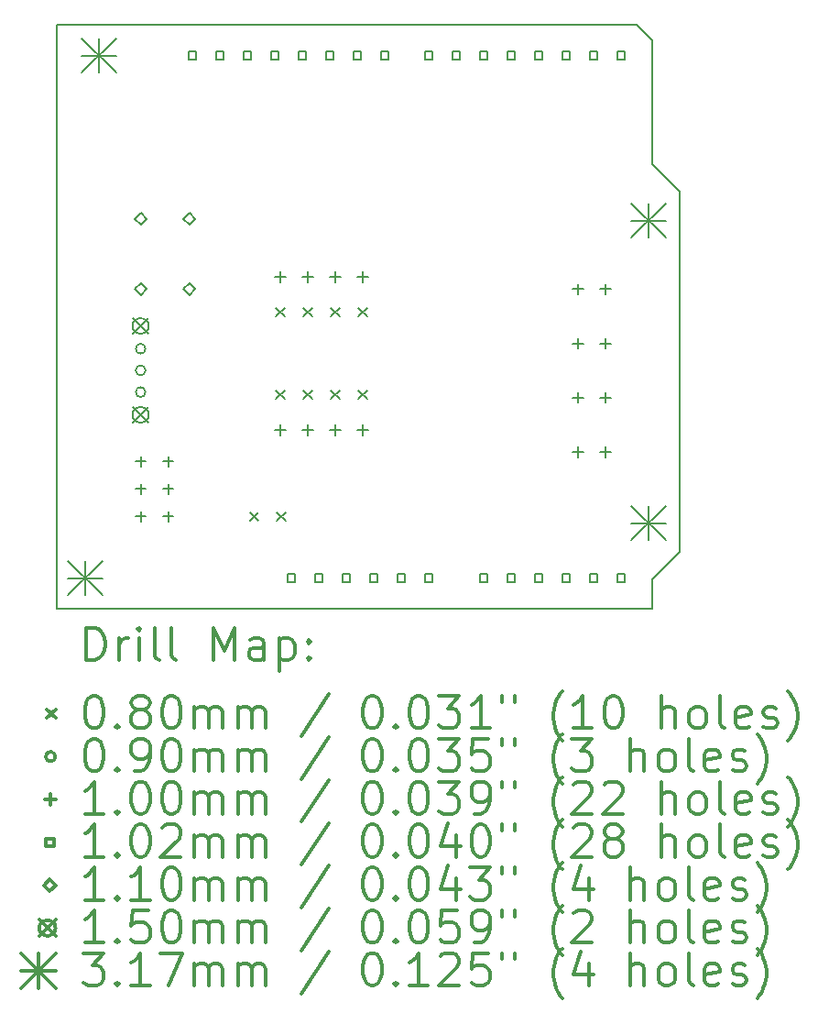
<source format=gbr>
%FSLAX45Y45*%
G04 Gerber Fmt 4.5, Leading zero omitted, Abs format (unit mm)*
G04 Created by KiCad (PCBNEW (5.0.0)) date 11/01/18 21:51:45*
%MOMM*%
%LPD*%
G01*
G04 APERTURE LIST*
%ADD10C,0.200000*%
%ADD11C,0.300000*%
G04 APERTURE END LIST*
D10*
X19478640Y-9426760D02*
X19478640Y-6099360D01*
X19082400Y-4560120D02*
X13723000Y-4560120D01*
X19224640Y-4702360D02*
X19082400Y-4560120D01*
X19224640Y-5845360D02*
X19224640Y-4702360D01*
X19478640Y-6099360D02*
X19224640Y-5845360D01*
X19224640Y-9680760D02*
X19478640Y-9426760D01*
X19224640Y-9950000D02*
X19224640Y-9680760D01*
X13723000Y-9950000D02*
X19224640Y-9950000D01*
X13723000Y-4560120D02*
X13723000Y-9950000D01*
D10*
X15510000Y-9060000D02*
X15590000Y-9140000D01*
X15590000Y-9060000D02*
X15510000Y-9140000D01*
X15760000Y-9060000D02*
X15840000Y-9140000D01*
X15840000Y-9060000D02*
X15760000Y-9140000D01*
X15751271Y-7170857D02*
X15831271Y-7250857D01*
X15831271Y-7170857D02*
X15751271Y-7250857D01*
X15751271Y-7932857D02*
X15831271Y-8012857D01*
X15831271Y-7932857D02*
X15751271Y-8012857D01*
X16005271Y-7170857D02*
X16085271Y-7250857D01*
X16085271Y-7170857D02*
X16005271Y-7250857D01*
X16005271Y-7932857D02*
X16085271Y-8012857D01*
X16085271Y-7932857D02*
X16005271Y-8012857D01*
X16259271Y-7170857D02*
X16339271Y-7250857D01*
X16339271Y-7170857D02*
X16259271Y-7250857D01*
X16259271Y-7932857D02*
X16339271Y-8012857D01*
X16339271Y-7932857D02*
X16259271Y-8012857D01*
X16513271Y-7170857D02*
X16593271Y-7250857D01*
X16593271Y-7170857D02*
X16513271Y-7250857D01*
X16513271Y-7932857D02*
X16593271Y-8012857D01*
X16593271Y-7932857D02*
X16513271Y-8012857D01*
X14545000Y-7550000D02*
G75*
G03X14545000Y-7550000I-45000J0D01*
G01*
X14545000Y-7750000D02*
G75*
G03X14545000Y-7750000I-45000J0D01*
G01*
X14545000Y-7950000D02*
G75*
G03X14545000Y-7950000I-45000J0D01*
G01*
X14500000Y-8542000D02*
X14500000Y-8642000D01*
X14450000Y-8592000D02*
X14550000Y-8592000D01*
X14500000Y-8796000D02*
X14500000Y-8896000D01*
X14450000Y-8846000D02*
X14550000Y-8846000D01*
X14500000Y-9050000D02*
X14500000Y-9150000D01*
X14450000Y-9100000D02*
X14550000Y-9100000D01*
X14754000Y-8542000D02*
X14754000Y-8642000D01*
X14704000Y-8592000D02*
X14804000Y-8592000D01*
X14754000Y-8796000D02*
X14754000Y-8896000D01*
X14704000Y-8846000D02*
X14804000Y-8846000D01*
X14754000Y-9050000D02*
X14754000Y-9150000D01*
X14704000Y-9100000D02*
X14804000Y-9100000D01*
X18546000Y-7950000D02*
X18546000Y-8050000D01*
X18496000Y-8000000D02*
X18596000Y-8000000D01*
X18800000Y-7950000D02*
X18800000Y-8050000D01*
X18750000Y-8000000D02*
X18850000Y-8000000D01*
X15792877Y-8248189D02*
X15792877Y-8348189D01*
X15742877Y-8298189D02*
X15842877Y-8298189D01*
X16046877Y-8248189D02*
X16046877Y-8348189D01*
X15996877Y-8298189D02*
X16096877Y-8298189D01*
X16300877Y-8248189D02*
X16300877Y-8348189D01*
X16250877Y-8298189D02*
X16350877Y-8298189D01*
X16554877Y-8248189D02*
X16554877Y-8348189D01*
X16504877Y-8298189D02*
X16604877Y-8298189D01*
X15791861Y-6832901D02*
X15791861Y-6932901D01*
X15741861Y-6882901D02*
X15841861Y-6882901D01*
X16045861Y-6832901D02*
X16045861Y-6932901D01*
X15995861Y-6882901D02*
X16095861Y-6882901D01*
X16299861Y-6832901D02*
X16299861Y-6932901D01*
X16249861Y-6882901D02*
X16349861Y-6882901D01*
X16553861Y-6832901D02*
X16553861Y-6932901D01*
X16503861Y-6882901D02*
X16603861Y-6882901D01*
X18546000Y-6950000D02*
X18546000Y-7050000D01*
X18496000Y-7000000D02*
X18596000Y-7000000D01*
X18800000Y-6950000D02*
X18800000Y-7050000D01*
X18750000Y-7000000D02*
X18850000Y-7000000D01*
X18546000Y-7450000D02*
X18546000Y-7550000D01*
X18496000Y-7500000D02*
X18596000Y-7500000D01*
X18800000Y-7450000D02*
X18800000Y-7550000D01*
X18750000Y-7500000D02*
X18850000Y-7500000D01*
X18546000Y-8450000D02*
X18546000Y-8550000D01*
X18496000Y-8500000D02*
X18596000Y-8500000D01*
X18800000Y-8450000D02*
X18800000Y-8550000D01*
X18750000Y-8500000D02*
X18850000Y-8500000D01*
X15013521Y-4878972D02*
X15013521Y-4807129D01*
X14941679Y-4807129D01*
X14941679Y-4878972D01*
X15013521Y-4878972D01*
X15267521Y-4878972D02*
X15267521Y-4807129D01*
X15195679Y-4807129D01*
X15195679Y-4878972D01*
X15267521Y-4878972D01*
X15521521Y-4878972D02*
X15521521Y-4807129D01*
X15449679Y-4807129D01*
X15449679Y-4878972D01*
X15521521Y-4878972D01*
X15775521Y-4878972D02*
X15775521Y-4807129D01*
X15703679Y-4807129D01*
X15703679Y-4878972D01*
X15775521Y-4878972D01*
X15927921Y-9704972D02*
X15927921Y-9633129D01*
X15856079Y-9633129D01*
X15856079Y-9704972D01*
X15927921Y-9704972D01*
X16029521Y-4878972D02*
X16029521Y-4807129D01*
X15957679Y-4807129D01*
X15957679Y-4878972D01*
X16029521Y-4878972D01*
X16181921Y-9704972D02*
X16181921Y-9633129D01*
X16110079Y-9633129D01*
X16110079Y-9704972D01*
X16181921Y-9704972D01*
X16283521Y-4878972D02*
X16283521Y-4807129D01*
X16211679Y-4807129D01*
X16211679Y-4878972D01*
X16283521Y-4878972D01*
X16435921Y-9704972D02*
X16435921Y-9633129D01*
X16364079Y-9633129D01*
X16364079Y-9704972D01*
X16435921Y-9704972D01*
X16537521Y-4878972D02*
X16537521Y-4807129D01*
X16465679Y-4807129D01*
X16465679Y-4878972D01*
X16537521Y-4878972D01*
X16689921Y-9704972D02*
X16689921Y-9633129D01*
X16618079Y-9633129D01*
X16618079Y-9704972D01*
X16689921Y-9704972D01*
X16791521Y-4878972D02*
X16791521Y-4807129D01*
X16719679Y-4807129D01*
X16719679Y-4878972D01*
X16791521Y-4878972D01*
X16943921Y-9704972D02*
X16943921Y-9633129D01*
X16872079Y-9633129D01*
X16872079Y-9704972D01*
X16943921Y-9704972D01*
X17197921Y-4878972D02*
X17197921Y-4807129D01*
X17126079Y-4807129D01*
X17126079Y-4878972D01*
X17197921Y-4878972D01*
X17197921Y-9704972D02*
X17197921Y-9633129D01*
X17126079Y-9633129D01*
X17126079Y-9704972D01*
X17197921Y-9704972D01*
X17451921Y-4878972D02*
X17451921Y-4807129D01*
X17380079Y-4807129D01*
X17380079Y-4878972D01*
X17451921Y-4878972D01*
X17705921Y-4878972D02*
X17705921Y-4807129D01*
X17634079Y-4807129D01*
X17634079Y-4878972D01*
X17705921Y-4878972D01*
X17705921Y-9704972D02*
X17705921Y-9633129D01*
X17634079Y-9633129D01*
X17634079Y-9704972D01*
X17705921Y-9704972D01*
X17959921Y-4878972D02*
X17959921Y-4807129D01*
X17888079Y-4807129D01*
X17888079Y-4878972D01*
X17959921Y-4878972D01*
X17959921Y-9704972D02*
X17959921Y-9633129D01*
X17888079Y-9633129D01*
X17888079Y-9704972D01*
X17959921Y-9704972D01*
X18213921Y-4878972D02*
X18213921Y-4807129D01*
X18142079Y-4807129D01*
X18142079Y-4878972D01*
X18213921Y-4878972D01*
X18213921Y-9704972D02*
X18213921Y-9633129D01*
X18142079Y-9633129D01*
X18142079Y-9704972D01*
X18213921Y-9704972D01*
X18467921Y-4878972D02*
X18467921Y-4807129D01*
X18396079Y-4807129D01*
X18396079Y-4878972D01*
X18467921Y-4878972D01*
X18467921Y-9704972D02*
X18467921Y-9633129D01*
X18396079Y-9633129D01*
X18396079Y-9704972D01*
X18467921Y-9704972D01*
X18721921Y-4878972D02*
X18721921Y-4807129D01*
X18650079Y-4807129D01*
X18650079Y-4878972D01*
X18721921Y-4878972D01*
X18721921Y-9704972D02*
X18721921Y-9633129D01*
X18650079Y-9633129D01*
X18650079Y-9704972D01*
X18721921Y-9704972D01*
X18975921Y-4878972D02*
X18975921Y-4807129D01*
X18904079Y-4807129D01*
X18904079Y-4878972D01*
X18975921Y-4878972D01*
X18975921Y-9704972D02*
X18975921Y-9633129D01*
X18904079Y-9633129D01*
X18904079Y-9704972D01*
X18975921Y-9704972D01*
X14500000Y-6405000D02*
X14555000Y-6350000D01*
X14500000Y-6295000D01*
X14445000Y-6350000D01*
X14500000Y-6405000D01*
X14500000Y-7055000D02*
X14555000Y-7000000D01*
X14500000Y-6945000D01*
X14445000Y-7000000D01*
X14500000Y-7055000D01*
X14950000Y-6405000D02*
X15005000Y-6350000D01*
X14950000Y-6295000D01*
X14895000Y-6350000D01*
X14950000Y-6405000D01*
X14950000Y-7055000D02*
X15005000Y-7000000D01*
X14950000Y-6945000D01*
X14895000Y-7000000D01*
X14950000Y-7055000D01*
X14425000Y-7265000D02*
X14575000Y-7415000D01*
X14575000Y-7265000D02*
X14425000Y-7415000D01*
X14575000Y-7340000D02*
G75*
G03X14575000Y-7340000I-75000J0D01*
G01*
X14425000Y-8085000D02*
X14575000Y-8235000D01*
X14575000Y-8085000D02*
X14425000Y-8235000D01*
X14575000Y-8160000D02*
G75*
G03X14575000Y-8160000I-75000J0D01*
G01*
X13828250Y-9510300D02*
X14145750Y-9827800D01*
X14145750Y-9510300D02*
X13828250Y-9827800D01*
X13987000Y-9510300D02*
X13987000Y-9827800D01*
X13828250Y-9669050D02*
X14145750Y-9669050D01*
X13955250Y-4684300D02*
X14272750Y-5001800D01*
X14272750Y-4684300D02*
X13955250Y-5001800D01*
X14114000Y-4684300D02*
X14114000Y-5001800D01*
X13955250Y-4843050D02*
X14272750Y-4843050D01*
X19035250Y-6208300D02*
X19352750Y-6525800D01*
X19352750Y-6208300D02*
X19035250Y-6525800D01*
X19194000Y-6208300D02*
X19194000Y-6525800D01*
X19035250Y-6367050D02*
X19352750Y-6367050D01*
X19035250Y-9002300D02*
X19352750Y-9319800D01*
X19352750Y-9002300D02*
X19035250Y-9319800D01*
X19194000Y-9002300D02*
X19194000Y-9319800D01*
X19035250Y-9161050D02*
X19352750Y-9161050D01*
D11*
X13999428Y-10425714D02*
X13999428Y-10125714D01*
X14070857Y-10125714D01*
X14113714Y-10140000D01*
X14142286Y-10168572D01*
X14156571Y-10197143D01*
X14170857Y-10254286D01*
X14170857Y-10297143D01*
X14156571Y-10354286D01*
X14142286Y-10382857D01*
X14113714Y-10411429D01*
X14070857Y-10425714D01*
X13999428Y-10425714D01*
X14299428Y-10425714D02*
X14299428Y-10225714D01*
X14299428Y-10282857D02*
X14313714Y-10254286D01*
X14328000Y-10240000D01*
X14356571Y-10225714D01*
X14385143Y-10225714D01*
X14485143Y-10425714D02*
X14485143Y-10225714D01*
X14485143Y-10125714D02*
X14470857Y-10140000D01*
X14485143Y-10154286D01*
X14499428Y-10140000D01*
X14485143Y-10125714D01*
X14485143Y-10154286D01*
X14670857Y-10425714D02*
X14642286Y-10411429D01*
X14628000Y-10382857D01*
X14628000Y-10125714D01*
X14828000Y-10425714D02*
X14799428Y-10411429D01*
X14785143Y-10382857D01*
X14785143Y-10125714D01*
X15170857Y-10425714D02*
X15170857Y-10125714D01*
X15270857Y-10340000D01*
X15370857Y-10125714D01*
X15370857Y-10425714D01*
X15642286Y-10425714D02*
X15642286Y-10268572D01*
X15628000Y-10240000D01*
X15599428Y-10225714D01*
X15542286Y-10225714D01*
X15513714Y-10240000D01*
X15642286Y-10411429D02*
X15613714Y-10425714D01*
X15542286Y-10425714D01*
X15513714Y-10411429D01*
X15499428Y-10382857D01*
X15499428Y-10354286D01*
X15513714Y-10325714D01*
X15542286Y-10311429D01*
X15613714Y-10311429D01*
X15642286Y-10297143D01*
X15785143Y-10225714D02*
X15785143Y-10525714D01*
X15785143Y-10240000D02*
X15813714Y-10225714D01*
X15870857Y-10225714D01*
X15899428Y-10240000D01*
X15913714Y-10254286D01*
X15928000Y-10282857D01*
X15928000Y-10368572D01*
X15913714Y-10397143D01*
X15899428Y-10411429D01*
X15870857Y-10425714D01*
X15813714Y-10425714D01*
X15785143Y-10411429D01*
X16056571Y-10397143D02*
X16070857Y-10411429D01*
X16056571Y-10425714D01*
X16042286Y-10411429D01*
X16056571Y-10397143D01*
X16056571Y-10425714D01*
X16056571Y-10240000D02*
X16070857Y-10254286D01*
X16056571Y-10268572D01*
X16042286Y-10254286D01*
X16056571Y-10240000D01*
X16056571Y-10268572D01*
X13633000Y-10880000D02*
X13713000Y-10960000D01*
X13713000Y-10880000D02*
X13633000Y-10960000D01*
X14056571Y-10755714D02*
X14085143Y-10755714D01*
X14113714Y-10770000D01*
X14128000Y-10784286D01*
X14142286Y-10812857D01*
X14156571Y-10870000D01*
X14156571Y-10941429D01*
X14142286Y-10998572D01*
X14128000Y-11027143D01*
X14113714Y-11041429D01*
X14085143Y-11055714D01*
X14056571Y-11055714D01*
X14028000Y-11041429D01*
X14013714Y-11027143D01*
X13999428Y-10998572D01*
X13985143Y-10941429D01*
X13985143Y-10870000D01*
X13999428Y-10812857D01*
X14013714Y-10784286D01*
X14028000Y-10770000D01*
X14056571Y-10755714D01*
X14285143Y-11027143D02*
X14299428Y-11041429D01*
X14285143Y-11055714D01*
X14270857Y-11041429D01*
X14285143Y-11027143D01*
X14285143Y-11055714D01*
X14470857Y-10884286D02*
X14442286Y-10870000D01*
X14428000Y-10855714D01*
X14413714Y-10827143D01*
X14413714Y-10812857D01*
X14428000Y-10784286D01*
X14442286Y-10770000D01*
X14470857Y-10755714D01*
X14528000Y-10755714D01*
X14556571Y-10770000D01*
X14570857Y-10784286D01*
X14585143Y-10812857D01*
X14585143Y-10827143D01*
X14570857Y-10855714D01*
X14556571Y-10870000D01*
X14528000Y-10884286D01*
X14470857Y-10884286D01*
X14442286Y-10898572D01*
X14428000Y-10912857D01*
X14413714Y-10941429D01*
X14413714Y-10998572D01*
X14428000Y-11027143D01*
X14442286Y-11041429D01*
X14470857Y-11055714D01*
X14528000Y-11055714D01*
X14556571Y-11041429D01*
X14570857Y-11027143D01*
X14585143Y-10998572D01*
X14585143Y-10941429D01*
X14570857Y-10912857D01*
X14556571Y-10898572D01*
X14528000Y-10884286D01*
X14770857Y-10755714D02*
X14799428Y-10755714D01*
X14828000Y-10770000D01*
X14842286Y-10784286D01*
X14856571Y-10812857D01*
X14870857Y-10870000D01*
X14870857Y-10941429D01*
X14856571Y-10998572D01*
X14842286Y-11027143D01*
X14828000Y-11041429D01*
X14799428Y-11055714D01*
X14770857Y-11055714D01*
X14742286Y-11041429D01*
X14728000Y-11027143D01*
X14713714Y-10998572D01*
X14699428Y-10941429D01*
X14699428Y-10870000D01*
X14713714Y-10812857D01*
X14728000Y-10784286D01*
X14742286Y-10770000D01*
X14770857Y-10755714D01*
X14999428Y-11055714D02*
X14999428Y-10855714D01*
X14999428Y-10884286D02*
X15013714Y-10870000D01*
X15042286Y-10855714D01*
X15085143Y-10855714D01*
X15113714Y-10870000D01*
X15128000Y-10898572D01*
X15128000Y-11055714D01*
X15128000Y-10898572D02*
X15142286Y-10870000D01*
X15170857Y-10855714D01*
X15213714Y-10855714D01*
X15242286Y-10870000D01*
X15256571Y-10898572D01*
X15256571Y-11055714D01*
X15399428Y-11055714D02*
X15399428Y-10855714D01*
X15399428Y-10884286D02*
X15413714Y-10870000D01*
X15442286Y-10855714D01*
X15485143Y-10855714D01*
X15513714Y-10870000D01*
X15528000Y-10898572D01*
X15528000Y-11055714D01*
X15528000Y-10898572D02*
X15542286Y-10870000D01*
X15570857Y-10855714D01*
X15613714Y-10855714D01*
X15642286Y-10870000D01*
X15656571Y-10898572D01*
X15656571Y-11055714D01*
X16242286Y-10741429D02*
X15985143Y-11127143D01*
X16628000Y-10755714D02*
X16656571Y-10755714D01*
X16685143Y-10770000D01*
X16699428Y-10784286D01*
X16713714Y-10812857D01*
X16728000Y-10870000D01*
X16728000Y-10941429D01*
X16713714Y-10998572D01*
X16699428Y-11027143D01*
X16685143Y-11041429D01*
X16656571Y-11055714D01*
X16628000Y-11055714D01*
X16599428Y-11041429D01*
X16585143Y-11027143D01*
X16570857Y-10998572D01*
X16556571Y-10941429D01*
X16556571Y-10870000D01*
X16570857Y-10812857D01*
X16585143Y-10784286D01*
X16599428Y-10770000D01*
X16628000Y-10755714D01*
X16856571Y-11027143D02*
X16870857Y-11041429D01*
X16856571Y-11055714D01*
X16842286Y-11041429D01*
X16856571Y-11027143D01*
X16856571Y-11055714D01*
X17056571Y-10755714D02*
X17085143Y-10755714D01*
X17113714Y-10770000D01*
X17128000Y-10784286D01*
X17142286Y-10812857D01*
X17156571Y-10870000D01*
X17156571Y-10941429D01*
X17142286Y-10998572D01*
X17128000Y-11027143D01*
X17113714Y-11041429D01*
X17085143Y-11055714D01*
X17056571Y-11055714D01*
X17028000Y-11041429D01*
X17013714Y-11027143D01*
X16999428Y-10998572D01*
X16985143Y-10941429D01*
X16985143Y-10870000D01*
X16999428Y-10812857D01*
X17013714Y-10784286D01*
X17028000Y-10770000D01*
X17056571Y-10755714D01*
X17256571Y-10755714D02*
X17442286Y-10755714D01*
X17342286Y-10870000D01*
X17385143Y-10870000D01*
X17413714Y-10884286D01*
X17428000Y-10898572D01*
X17442286Y-10927143D01*
X17442286Y-10998572D01*
X17428000Y-11027143D01*
X17413714Y-11041429D01*
X17385143Y-11055714D01*
X17299428Y-11055714D01*
X17270857Y-11041429D01*
X17256571Y-11027143D01*
X17728000Y-11055714D02*
X17556571Y-11055714D01*
X17642286Y-11055714D02*
X17642286Y-10755714D01*
X17613714Y-10798572D01*
X17585143Y-10827143D01*
X17556571Y-10841429D01*
X17842286Y-10755714D02*
X17842286Y-10812857D01*
X17956571Y-10755714D02*
X17956571Y-10812857D01*
X18399428Y-11170000D02*
X18385143Y-11155714D01*
X18356571Y-11112857D01*
X18342286Y-11084286D01*
X18328000Y-11041429D01*
X18313714Y-10970000D01*
X18313714Y-10912857D01*
X18328000Y-10841429D01*
X18342286Y-10798572D01*
X18356571Y-10770000D01*
X18385143Y-10727143D01*
X18399428Y-10712857D01*
X18670857Y-11055714D02*
X18499428Y-11055714D01*
X18585143Y-11055714D02*
X18585143Y-10755714D01*
X18556571Y-10798572D01*
X18528000Y-10827143D01*
X18499428Y-10841429D01*
X18856571Y-10755714D02*
X18885143Y-10755714D01*
X18913714Y-10770000D01*
X18928000Y-10784286D01*
X18942286Y-10812857D01*
X18956571Y-10870000D01*
X18956571Y-10941429D01*
X18942286Y-10998572D01*
X18928000Y-11027143D01*
X18913714Y-11041429D01*
X18885143Y-11055714D01*
X18856571Y-11055714D01*
X18828000Y-11041429D01*
X18813714Y-11027143D01*
X18799428Y-10998572D01*
X18785143Y-10941429D01*
X18785143Y-10870000D01*
X18799428Y-10812857D01*
X18813714Y-10784286D01*
X18828000Y-10770000D01*
X18856571Y-10755714D01*
X19313714Y-11055714D02*
X19313714Y-10755714D01*
X19442286Y-11055714D02*
X19442286Y-10898572D01*
X19428000Y-10870000D01*
X19399428Y-10855714D01*
X19356571Y-10855714D01*
X19328000Y-10870000D01*
X19313714Y-10884286D01*
X19628000Y-11055714D02*
X19599428Y-11041429D01*
X19585143Y-11027143D01*
X19570857Y-10998572D01*
X19570857Y-10912857D01*
X19585143Y-10884286D01*
X19599428Y-10870000D01*
X19628000Y-10855714D01*
X19670857Y-10855714D01*
X19699428Y-10870000D01*
X19713714Y-10884286D01*
X19728000Y-10912857D01*
X19728000Y-10998572D01*
X19713714Y-11027143D01*
X19699428Y-11041429D01*
X19670857Y-11055714D01*
X19628000Y-11055714D01*
X19899428Y-11055714D02*
X19870857Y-11041429D01*
X19856571Y-11012857D01*
X19856571Y-10755714D01*
X20128000Y-11041429D02*
X20099428Y-11055714D01*
X20042286Y-11055714D01*
X20013714Y-11041429D01*
X19999428Y-11012857D01*
X19999428Y-10898572D01*
X20013714Y-10870000D01*
X20042286Y-10855714D01*
X20099428Y-10855714D01*
X20128000Y-10870000D01*
X20142286Y-10898572D01*
X20142286Y-10927143D01*
X19999428Y-10955714D01*
X20256571Y-11041429D02*
X20285143Y-11055714D01*
X20342286Y-11055714D01*
X20370857Y-11041429D01*
X20385143Y-11012857D01*
X20385143Y-10998572D01*
X20370857Y-10970000D01*
X20342286Y-10955714D01*
X20299428Y-10955714D01*
X20270857Y-10941429D01*
X20256571Y-10912857D01*
X20256571Y-10898572D01*
X20270857Y-10870000D01*
X20299428Y-10855714D01*
X20342286Y-10855714D01*
X20370857Y-10870000D01*
X20485143Y-11170000D02*
X20499428Y-11155714D01*
X20528000Y-11112857D01*
X20542286Y-11084286D01*
X20556571Y-11041429D01*
X20570857Y-10970000D01*
X20570857Y-10912857D01*
X20556571Y-10841429D01*
X20542286Y-10798572D01*
X20528000Y-10770000D01*
X20499428Y-10727143D01*
X20485143Y-10712857D01*
X13713000Y-11316000D02*
G75*
G03X13713000Y-11316000I-45000J0D01*
G01*
X14056571Y-11151714D02*
X14085143Y-11151714D01*
X14113714Y-11166000D01*
X14128000Y-11180286D01*
X14142286Y-11208857D01*
X14156571Y-11266000D01*
X14156571Y-11337429D01*
X14142286Y-11394571D01*
X14128000Y-11423143D01*
X14113714Y-11437429D01*
X14085143Y-11451714D01*
X14056571Y-11451714D01*
X14028000Y-11437429D01*
X14013714Y-11423143D01*
X13999428Y-11394571D01*
X13985143Y-11337429D01*
X13985143Y-11266000D01*
X13999428Y-11208857D01*
X14013714Y-11180286D01*
X14028000Y-11166000D01*
X14056571Y-11151714D01*
X14285143Y-11423143D02*
X14299428Y-11437429D01*
X14285143Y-11451714D01*
X14270857Y-11437429D01*
X14285143Y-11423143D01*
X14285143Y-11451714D01*
X14442286Y-11451714D02*
X14499428Y-11451714D01*
X14528000Y-11437429D01*
X14542286Y-11423143D01*
X14570857Y-11380286D01*
X14585143Y-11323143D01*
X14585143Y-11208857D01*
X14570857Y-11180286D01*
X14556571Y-11166000D01*
X14528000Y-11151714D01*
X14470857Y-11151714D01*
X14442286Y-11166000D01*
X14428000Y-11180286D01*
X14413714Y-11208857D01*
X14413714Y-11280286D01*
X14428000Y-11308857D01*
X14442286Y-11323143D01*
X14470857Y-11337429D01*
X14528000Y-11337429D01*
X14556571Y-11323143D01*
X14570857Y-11308857D01*
X14585143Y-11280286D01*
X14770857Y-11151714D02*
X14799428Y-11151714D01*
X14828000Y-11166000D01*
X14842286Y-11180286D01*
X14856571Y-11208857D01*
X14870857Y-11266000D01*
X14870857Y-11337429D01*
X14856571Y-11394571D01*
X14842286Y-11423143D01*
X14828000Y-11437429D01*
X14799428Y-11451714D01*
X14770857Y-11451714D01*
X14742286Y-11437429D01*
X14728000Y-11423143D01*
X14713714Y-11394571D01*
X14699428Y-11337429D01*
X14699428Y-11266000D01*
X14713714Y-11208857D01*
X14728000Y-11180286D01*
X14742286Y-11166000D01*
X14770857Y-11151714D01*
X14999428Y-11451714D02*
X14999428Y-11251714D01*
X14999428Y-11280286D02*
X15013714Y-11266000D01*
X15042286Y-11251714D01*
X15085143Y-11251714D01*
X15113714Y-11266000D01*
X15128000Y-11294571D01*
X15128000Y-11451714D01*
X15128000Y-11294571D02*
X15142286Y-11266000D01*
X15170857Y-11251714D01*
X15213714Y-11251714D01*
X15242286Y-11266000D01*
X15256571Y-11294571D01*
X15256571Y-11451714D01*
X15399428Y-11451714D02*
X15399428Y-11251714D01*
X15399428Y-11280286D02*
X15413714Y-11266000D01*
X15442286Y-11251714D01*
X15485143Y-11251714D01*
X15513714Y-11266000D01*
X15528000Y-11294571D01*
X15528000Y-11451714D01*
X15528000Y-11294571D02*
X15542286Y-11266000D01*
X15570857Y-11251714D01*
X15613714Y-11251714D01*
X15642286Y-11266000D01*
X15656571Y-11294571D01*
X15656571Y-11451714D01*
X16242286Y-11137429D02*
X15985143Y-11523143D01*
X16628000Y-11151714D02*
X16656571Y-11151714D01*
X16685143Y-11166000D01*
X16699428Y-11180286D01*
X16713714Y-11208857D01*
X16728000Y-11266000D01*
X16728000Y-11337429D01*
X16713714Y-11394571D01*
X16699428Y-11423143D01*
X16685143Y-11437429D01*
X16656571Y-11451714D01*
X16628000Y-11451714D01*
X16599428Y-11437429D01*
X16585143Y-11423143D01*
X16570857Y-11394571D01*
X16556571Y-11337429D01*
X16556571Y-11266000D01*
X16570857Y-11208857D01*
X16585143Y-11180286D01*
X16599428Y-11166000D01*
X16628000Y-11151714D01*
X16856571Y-11423143D02*
X16870857Y-11437429D01*
X16856571Y-11451714D01*
X16842286Y-11437429D01*
X16856571Y-11423143D01*
X16856571Y-11451714D01*
X17056571Y-11151714D02*
X17085143Y-11151714D01*
X17113714Y-11166000D01*
X17128000Y-11180286D01*
X17142286Y-11208857D01*
X17156571Y-11266000D01*
X17156571Y-11337429D01*
X17142286Y-11394571D01*
X17128000Y-11423143D01*
X17113714Y-11437429D01*
X17085143Y-11451714D01*
X17056571Y-11451714D01*
X17028000Y-11437429D01*
X17013714Y-11423143D01*
X16999428Y-11394571D01*
X16985143Y-11337429D01*
X16985143Y-11266000D01*
X16999428Y-11208857D01*
X17013714Y-11180286D01*
X17028000Y-11166000D01*
X17056571Y-11151714D01*
X17256571Y-11151714D02*
X17442286Y-11151714D01*
X17342286Y-11266000D01*
X17385143Y-11266000D01*
X17413714Y-11280286D01*
X17428000Y-11294571D01*
X17442286Y-11323143D01*
X17442286Y-11394571D01*
X17428000Y-11423143D01*
X17413714Y-11437429D01*
X17385143Y-11451714D01*
X17299428Y-11451714D01*
X17270857Y-11437429D01*
X17256571Y-11423143D01*
X17713714Y-11151714D02*
X17570857Y-11151714D01*
X17556571Y-11294571D01*
X17570857Y-11280286D01*
X17599428Y-11266000D01*
X17670857Y-11266000D01*
X17699428Y-11280286D01*
X17713714Y-11294571D01*
X17728000Y-11323143D01*
X17728000Y-11394571D01*
X17713714Y-11423143D01*
X17699428Y-11437429D01*
X17670857Y-11451714D01*
X17599428Y-11451714D01*
X17570857Y-11437429D01*
X17556571Y-11423143D01*
X17842286Y-11151714D02*
X17842286Y-11208857D01*
X17956571Y-11151714D02*
X17956571Y-11208857D01*
X18399428Y-11566000D02*
X18385143Y-11551714D01*
X18356571Y-11508857D01*
X18342286Y-11480286D01*
X18328000Y-11437429D01*
X18313714Y-11366000D01*
X18313714Y-11308857D01*
X18328000Y-11237429D01*
X18342286Y-11194571D01*
X18356571Y-11166000D01*
X18385143Y-11123143D01*
X18399428Y-11108857D01*
X18485143Y-11151714D02*
X18670857Y-11151714D01*
X18570857Y-11266000D01*
X18613714Y-11266000D01*
X18642286Y-11280286D01*
X18656571Y-11294571D01*
X18670857Y-11323143D01*
X18670857Y-11394571D01*
X18656571Y-11423143D01*
X18642286Y-11437429D01*
X18613714Y-11451714D01*
X18528000Y-11451714D01*
X18499428Y-11437429D01*
X18485143Y-11423143D01*
X19028000Y-11451714D02*
X19028000Y-11151714D01*
X19156571Y-11451714D02*
X19156571Y-11294571D01*
X19142286Y-11266000D01*
X19113714Y-11251714D01*
X19070857Y-11251714D01*
X19042286Y-11266000D01*
X19028000Y-11280286D01*
X19342286Y-11451714D02*
X19313714Y-11437429D01*
X19299428Y-11423143D01*
X19285143Y-11394571D01*
X19285143Y-11308857D01*
X19299428Y-11280286D01*
X19313714Y-11266000D01*
X19342286Y-11251714D01*
X19385143Y-11251714D01*
X19413714Y-11266000D01*
X19428000Y-11280286D01*
X19442286Y-11308857D01*
X19442286Y-11394571D01*
X19428000Y-11423143D01*
X19413714Y-11437429D01*
X19385143Y-11451714D01*
X19342286Y-11451714D01*
X19613714Y-11451714D02*
X19585143Y-11437429D01*
X19570857Y-11408857D01*
X19570857Y-11151714D01*
X19842286Y-11437429D02*
X19813714Y-11451714D01*
X19756571Y-11451714D01*
X19728000Y-11437429D01*
X19713714Y-11408857D01*
X19713714Y-11294571D01*
X19728000Y-11266000D01*
X19756571Y-11251714D01*
X19813714Y-11251714D01*
X19842286Y-11266000D01*
X19856571Y-11294571D01*
X19856571Y-11323143D01*
X19713714Y-11351714D01*
X19970857Y-11437429D02*
X19999428Y-11451714D01*
X20056571Y-11451714D01*
X20085143Y-11437429D01*
X20099428Y-11408857D01*
X20099428Y-11394571D01*
X20085143Y-11366000D01*
X20056571Y-11351714D01*
X20013714Y-11351714D01*
X19985143Y-11337429D01*
X19970857Y-11308857D01*
X19970857Y-11294571D01*
X19985143Y-11266000D01*
X20013714Y-11251714D01*
X20056571Y-11251714D01*
X20085143Y-11266000D01*
X20199428Y-11566000D02*
X20213714Y-11551714D01*
X20242286Y-11508857D01*
X20256571Y-11480286D01*
X20270857Y-11437429D01*
X20285143Y-11366000D01*
X20285143Y-11308857D01*
X20270857Y-11237429D01*
X20256571Y-11194571D01*
X20242286Y-11166000D01*
X20213714Y-11123143D01*
X20199428Y-11108857D01*
X13663000Y-11662000D02*
X13663000Y-11762000D01*
X13613000Y-11712000D02*
X13713000Y-11712000D01*
X14156571Y-11847714D02*
X13985143Y-11847714D01*
X14070857Y-11847714D02*
X14070857Y-11547714D01*
X14042286Y-11590571D01*
X14013714Y-11619143D01*
X13985143Y-11633429D01*
X14285143Y-11819143D02*
X14299428Y-11833429D01*
X14285143Y-11847714D01*
X14270857Y-11833429D01*
X14285143Y-11819143D01*
X14285143Y-11847714D01*
X14485143Y-11547714D02*
X14513714Y-11547714D01*
X14542286Y-11562000D01*
X14556571Y-11576286D01*
X14570857Y-11604857D01*
X14585143Y-11662000D01*
X14585143Y-11733429D01*
X14570857Y-11790571D01*
X14556571Y-11819143D01*
X14542286Y-11833429D01*
X14513714Y-11847714D01*
X14485143Y-11847714D01*
X14456571Y-11833429D01*
X14442286Y-11819143D01*
X14428000Y-11790571D01*
X14413714Y-11733429D01*
X14413714Y-11662000D01*
X14428000Y-11604857D01*
X14442286Y-11576286D01*
X14456571Y-11562000D01*
X14485143Y-11547714D01*
X14770857Y-11547714D02*
X14799428Y-11547714D01*
X14828000Y-11562000D01*
X14842286Y-11576286D01*
X14856571Y-11604857D01*
X14870857Y-11662000D01*
X14870857Y-11733429D01*
X14856571Y-11790571D01*
X14842286Y-11819143D01*
X14828000Y-11833429D01*
X14799428Y-11847714D01*
X14770857Y-11847714D01*
X14742286Y-11833429D01*
X14728000Y-11819143D01*
X14713714Y-11790571D01*
X14699428Y-11733429D01*
X14699428Y-11662000D01*
X14713714Y-11604857D01*
X14728000Y-11576286D01*
X14742286Y-11562000D01*
X14770857Y-11547714D01*
X14999428Y-11847714D02*
X14999428Y-11647714D01*
X14999428Y-11676286D02*
X15013714Y-11662000D01*
X15042286Y-11647714D01*
X15085143Y-11647714D01*
X15113714Y-11662000D01*
X15128000Y-11690571D01*
X15128000Y-11847714D01*
X15128000Y-11690571D02*
X15142286Y-11662000D01*
X15170857Y-11647714D01*
X15213714Y-11647714D01*
X15242286Y-11662000D01*
X15256571Y-11690571D01*
X15256571Y-11847714D01*
X15399428Y-11847714D02*
X15399428Y-11647714D01*
X15399428Y-11676286D02*
X15413714Y-11662000D01*
X15442286Y-11647714D01*
X15485143Y-11647714D01*
X15513714Y-11662000D01*
X15528000Y-11690571D01*
X15528000Y-11847714D01*
X15528000Y-11690571D02*
X15542286Y-11662000D01*
X15570857Y-11647714D01*
X15613714Y-11647714D01*
X15642286Y-11662000D01*
X15656571Y-11690571D01*
X15656571Y-11847714D01*
X16242286Y-11533429D02*
X15985143Y-11919143D01*
X16628000Y-11547714D02*
X16656571Y-11547714D01*
X16685143Y-11562000D01*
X16699428Y-11576286D01*
X16713714Y-11604857D01*
X16728000Y-11662000D01*
X16728000Y-11733429D01*
X16713714Y-11790571D01*
X16699428Y-11819143D01*
X16685143Y-11833429D01*
X16656571Y-11847714D01*
X16628000Y-11847714D01*
X16599428Y-11833429D01*
X16585143Y-11819143D01*
X16570857Y-11790571D01*
X16556571Y-11733429D01*
X16556571Y-11662000D01*
X16570857Y-11604857D01*
X16585143Y-11576286D01*
X16599428Y-11562000D01*
X16628000Y-11547714D01*
X16856571Y-11819143D02*
X16870857Y-11833429D01*
X16856571Y-11847714D01*
X16842286Y-11833429D01*
X16856571Y-11819143D01*
X16856571Y-11847714D01*
X17056571Y-11547714D02*
X17085143Y-11547714D01*
X17113714Y-11562000D01*
X17128000Y-11576286D01*
X17142286Y-11604857D01*
X17156571Y-11662000D01*
X17156571Y-11733429D01*
X17142286Y-11790571D01*
X17128000Y-11819143D01*
X17113714Y-11833429D01*
X17085143Y-11847714D01*
X17056571Y-11847714D01*
X17028000Y-11833429D01*
X17013714Y-11819143D01*
X16999428Y-11790571D01*
X16985143Y-11733429D01*
X16985143Y-11662000D01*
X16999428Y-11604857D01*
X17013714Y-11576286D01*
X17028000Y-11562000D01*
X17056571Y-11547714D01*
X17256571Y-11547714D02*
X17442286Y-11547714D01*
X17342286Y-11662000D01*
X17385143Y-11662000D01*
X17413714Y-11676286D01*
X17428000Y-11690571D01*
X17442286Y-11719143D01*
X17442286Y-11790571D01*
X17428000Y-11819143D01*
X17413714Y-11833429D01*
X17385143Y-11847714D01*
X17299428Y-11847714D01*
X17270857Y-11833429D01*
X17256571Y-11819143D01*
X17585143Y-11847714D02*
X17642286Y-11847714D01*
X17670857Y-11833429D01*
X17685143Y-11819143D01*
X17713714Y-11776286D01*
X17728000Y-11719143D01*
X17728000Y-11604857D01*
X17713714Y-11576286D01*
X17699428Y-11562000D01*
X17670857Y-11547714D01*
X17613714Y-11547714D01*
X17585143Y-11562000D01*
X17570857Y-11576286D01*
X17556571Y-11604857D01*
X17556571Y-11676286D01*
X17570857Y-11704857D01*
X17585143Y-11719143D01*
X17613714Y-11733429D01*
X17670857Y-11733429D01*
X17699428Y-11719143D01*
X17713714Y-11704857D01*
X17728000Y-11676286D01*
X17842286Y-11547714D02*
X17842286Y-11604857D01*
X17956571Y-11547714D02*
X17956571Y-11604857D01*
X18399428Y-11962000D02*
X18385143Y-11947714D01*
X18356571Y-11904857D01*
X18342286Y-11876286D01*
X18328000Y-11833429D01*
X18313714Y-11762000D01*
X18313714Y-11704857D01*
X18328000Y-11633429D01*
X18342286Y-11590571D01*
X18356571Y-11562000D01*
X18385143Y-11519143D01*
X18399428Y-11504857D01*
X18499428Y-11576286D02*
X18513714Y-11562000D01*
X18542286Y-11547714D01*
X18613714Y-11547714D01*
X18642286Y-11562000D01*
X18656571Y-11576286D01*
X18670857Y-11604857D01*
X18670857Y-11633429D01*
X18656571Y-11676286D01*
X18485143Y-11847714D01*
X18670857Y-11847714D01*
X18785143Y-11576286D02*
X18799428Y-11562000D01*
X18828000Y-11547714D01*
X18899428Y-11547714D01*
X18928000Y-11562000D01*
X18942286Y-11576286D01*
X18956571Y-11604857D01*
X18956571Y-11633429D01*
X18942286Y-11676286D01*
X18770857Y-11847714D01*
X18956571Y-11847714D01*
X19313714Y-11847714D02*
X19313714Y-11547714D01*
X19442286Y-11847714D02*
X19442286Y-11690571D01*
X19428000Y-11662000D01*
X19399428Y-11647714D01*
X19356571Y-11647714D01*
X19328000Y-11662000D01*
X19313714Y-11676286D01*
X19628000Y-11847714D02*
X19599428Y-11833429D01*
X19585143Y-11819143D01*
X19570857Y-11790571D01*
X19570857Y-11704857D01*
X19585143Y-11676286D01*
X19599428Y-11662000D01*
X19628000Y-11647714D01*
X19670857Y-11647714D01*
X19699428Y-11662000D01*
X19713714Y-11676286D01*
X19728000Y-11704857D01*
X19728000Y-11790571D01*
X19713714Y-11819143D01*
X19699428Y-11833429D01*
X19670857Y-11847714D01*
X19628000Y-11847714D01*
X19899428Y-11847714D02*
X19870857Y-11833429D01*
X19856571Y-11804857D01*
X19856571Y-11547714D01*
X20128000Y-11833429D02*
X20099428Y-11847714D01*
X20042286Y-11847714D01*
X20013714Y-11833429D01*
X19999428Y-11804857D01*
X19999428Y-11690571D01*
X20013714Y-11662000D01*
X20042286Y-11647714D01*
X20099428Y-11647714D01*
X20128000Y-11662000D01*
X20142286Y-11690571D01*
X20142286Y-11719143D01*
X19999428Y-11747714D01*
X20256571Y-11833429D02*
X20285143Y-11847714D01*
X20342286Y-11847714D01*
X20370857Y-11833429D01*
X20385143Y-11804857D01*
X20385143Y-11790571D01*
X20370857Y-11762000D01*
X20342286Y-11747714D01*
X20299428Y-11747714D01*
X20270857Y-11733429D01*
X20256571Y-11704857D01*
X20256571Y-11690571D01*
X20270857Y-11662000D01*
X20299428Y-11647714D01*
X20342286Y-11647714D01*
X20370857Y-11662000D01*
X20485143Y-11962000D02*
X20499428Y-11947714D01*
X20528000Y-11904857D01*
X20542286Y-11876286D01*
X20556571Y-11833429D01*
X20570857Y-11762000D01*
X20570857Y-11704857D01*
X20556571Y-11633429D01*
X20542286Y-11590571D01*
X20528000Y-11562000D01*
X20499428Y-11519143D01*
X20485143Y-11504857D01*
X13698121Y-12143921D02*
X13698121Y-12072079D01*
X13626278Y-12072079D01*
X13626278Y-12143921D01*
X13698121Y-12143921D01*
X14156571Y-12243714D02*
X13985143Y-12243714D01*
X14070857Y-12243714D02*
X14070857Y-11943714D01*
X14042286Y-11986571D01*
X14013714Y-12015143D01*
X13985143Y-12029429D01*
X14285143Y-12215143D02*
X14299428Y-12229429D01*
X14285143Y-12243714D01*
X14270857Y-12229429D01*
X14285143Y-12215143D01*
X14285143Y-12243714D01*
X14485143Y-11943714D02*
X14513714Y-11943714D01*
X14542286Y-11958000D01*
X14556571Y-11972286D01*
X14570857Y-12000857D01*
X14585143Y-12058000D01*
X14585143Y-12129429D01*
X14570857Y-12186571D01*
X14556571Y-12215143D01*
X14542286Y-12229429D01*
X14513714Y-12243714D01*
X14485143Y-12243714D01*
X14456571Y-12229429D01*
X14442286Y-12215143D01*
X14428000Y-12186571D01*
X14413714Y-12129429D01*
X14413714Y-12058000D01*
X14428000Y-12000857D01*
X14442286Y-11972286D01*
X14456571Y-11958000D01*
X14485143Y-11943714D01*
X14699428Y-11972286D02*
X14713714Y-11958000D01*
X14742286Y-11943714D01*
X14813714Y-11943714D01*
X14842286Y-11958000D01*
X14856571Y-11972286D01*
X14870857Y-12000857D01*
X14870857Y-12029429D01*
X14856571Y-12072286D01*
X14685143Y-12243714D01*
X14870857Y-12243714D01*
X14999428Y-12243714D02*
X14999428Y-12043714D01*
X14999428Y-12072286D02*
X15013714Y-12058000D01*
X15042286Y-12043714D01*
X15085143Y-12043714D01*
X15113714Y-12058000D01*
X15128000Y-12086571D01*
X15128000Y-12243714D01*
X15128000Y-12086571D02*
X15142286Y-12058000D01*
X15170857Y-12043714D01*
X15213714Y-12043714D01*
X15242286Y-12058000D01*
X15256571Y-12086571D01*
X15256571Y-12243714D01*
X15399428Y-12243714D02*
X15399428Y-12043714D01*
X15399428Y-12072286D02*
X15413714Y-12058000D01*
X15442286Y-12043714D01*
X15485143Y-12043714D01*
X15513714Y-12058000D01*
X15528000Y-12086571D01*
X15528000Y-12243714D01*
X15528000Y-12086571D02*
X15542286Y-12058000D01*
X15570857Y-12043714D01*
X15613714Y-12043714D01*
X15642286Y-12058000D01*
X15656571Y-12086571D01*
X15656571Y-12243714D01*
X16242286Y-11929429D02*
X15985143Y-12315143D01*
X16628000Y-11943714D02*
X16656571Y-11943714D01*
X16685143Y-11958000D01*
X16699428Y-11972286D01*
X16713714Y-12000857D01*
X16728000Y-12058000D01*
X16728000Y-12129429D01*
X16713714Y-12186571D01*
X16699428Y-12215143D01*
X16685143Y-12229429D01*
X16656571Y-12243714D01*
X16628000Y-12243714D01*
X16599428Y-12229429D01*
X16585143Y-12215143D01*
X16570857Y-12186571D01*
X16556571Y-12129429D01*
X16556571Y-12058000D01*
X16570857Y-12000857D01*
X16585143Y-11972286D01*
X16599428Y-11958000D01*
X16628000Y-11943714D01*
X16856571Y-12215143D02*
X16870857Y-12229429D01*
X16856571Y-12243714D01*
X16842286Y-12229429D01*
X16856571Y-12215143D01*
X16856571Y-12243714D01*
X17056571Y-11943714D02*
X17085143Y-11943714D01*
X17113714Y-11958000D01*
X17128000Y-11972286D01*
X17142286Y-12000857D01*
X17156571Y-12058000D01*
X17156571Y-12129429D01*
X17142286Y-12186571D01*
X17128000Y-12215143D01*
X17113714Y-12229429D01*
X17085143Y-12243714D01*
X17056571Y-12243714D01*
X17028000Y-12229429D01*
X17013714Y-12215143D01*
X16999428Y-12186571D01*
X16985143Y-12129429D01*
X16985143Y-12058000D01*
X16999428Y-12000857D01*
X17013714Y-11972286D01*
X17028000Y-11958000D01*
X17056571Y-11943714D01*
X17413714Y-12043714D02*
X17413714Y-12243714D01*
X17342286Y-11929429D02*
X17270857Y-12143714D01*
X17456571Y-12143714D01*
X17628000Y-11943714D02*
X17656571Y-11943714D01*
X17685143Y-11958000D01*
X17699428Y-11972286D01*
X17713714Y-12000857D01*
X17728000Y-12058000D01*
X17728000Y-12129429D01*
X17713714Y-12186571D01*
X17699428Y-12215143D01*
X17685143Y-12229429D01*
X17656571Y-12243714D01*
X17628000Y-12243714D01*
X17599428Y-12229429D01*
X17585143Y-12215143D01*
X17570857Y-12186571D01*
X17556571Y-12129429D01*
X17556571Y-12058000D01*
X17570857Y-12000857D01*
X17585143Y-11972286D01*
X17599428Y-11958000D01*
X17628000Y-11943714D01*
X17842286Y-11943714D02*
X17842286Y-12000857D01*
X17956571Y-11943714D02*
X17956571Y-12000857D01*
X18399428Y-12358000D02*
X18385143Y-12343714D01*
X18356571Y-12300857D01*
X18342286Y-12272286D01*
X18328000Y-12229429D01*
X18313714Y-12158000D01*
X18313714Y-12100857D01*
X18328000Y-12029429D01*
X18342286Y-11986571D01*
X18356571Y-11958000D01*
X18385143Y-11915143D01*
X18399428Y-11900857D01*
X18499428Y-11972286D02*
X18513714Y-11958000D01*
X18542286Y-11943714D01*
X18613714Y-11943714D01*
X18642286Y-11958000D01*
X18656571Y-11972286D01*
X18670857Y-12000857D01*
X18670857Y-12029429D01*
X18656571Y-12072286D01*
X18485143Y-12243714D01*
X18670857Y-12243714D01*
X18842286Y-12072286D02*
X18813714Y-12058000D01*
X18799428Y-12043714D01*
X18785143Y-12015143D01*
X18785143Y-12000857D01*
X18799428Y-11972286D01*
X18813714Y-11958000D01*
X18842286Y-11943714D01*
X18899428Y-11943714D01*
X18928000Y-11958000D01*
X18942286Y-11972286D01*
X18956571Y-12000857D01*
X18956571Y-12015143D01*
X18942286Y-12043714D01*
X18928000Y-12058000D01*
X18899428Y-12072286D01*
X18842286Y-12072286D01*
X18813714Y-12086571D01*
X18799428Y-12100857D01*
X18785143Y-12129429D01*
X18785143Y-12186571D01*
X18799428Y-12215143D01*
X18813714Y-12229429D01*
X18842286Y-12243714D01*
X18899428Y-12243714D01*
X18928000Y-12229429D01*
X18942286Y-12215143D01*
X18956571Y-12186571D01*
X18956571Y-12129429D01*
X18942286Y-12100857D01*
X18928000Y-12086571D01*
X18899428Y-12072286D01*
X19313714Y-12243714D02*
X19313714Y-11943714D01*
X19442286Y-12243714D02*
X19442286Y-12086571D01*
X19428000Y-12058000D01*
X19399428Y-12043714D01*
X19356571Y-12043714D01*
X19328000Y-12058000D01*
X19313714Y-12072286D01*
X19628000Y-12243714D02*
X19599428Y-12229429D01*
X19585143Y-12215143D01*
X19570857Y-12186571D01*
X19570857Y-12100857D01*
X19585143Y-12072286D01*
X19599428Y-12058000D01*
X19628000Y-12043714D01*
X19670857Y-12043714D01*
X19699428Y-12058000D01*
X19713714Y-12072286D01*
X19728000Y-12100857D01*
X19728000Y-12186571D01*
X19713714Y-12215143D01*
X19699428Y-12229429D01*
X19670857Y-12243714D01*
X19628000Y-12243714D01*
X19899428Y-12243714D02*
X19870857Y-12229429D01*
X19856571Y-12200857D01*
X19856571Y-11943714D01*
X20128000Y-12229429D02*
X20099428Y-12243714D01*
X20042286Y-12243714D01*
X20013714Y-12229429D01*
X19999428Y-12200857D01*
X19999428Y-12086571D01*
X20013714Y-12058000D01*
X20042286Y-12043714D01*
X20099428Y-12043714D01*
X20128000Y-12058000D01*
X20142286Y-12086571D01*
X20142286Y-12115143D01*
X19999428Y-12143714D01*
X20256571Y-12229429D02*
X20285143Y-12243714D01*
X20342286Y-12243714D01*
X20370857Y-12229429D01*
X20385143Y-12200857D01*
X20385143Y-12186571D01*
X20370857Y-12158000D01*
X20342286Y-12143714D01*
X20299428Y-12143714D01*
X20270857Y-12129429D01*
X20256571Y-12100857D01*
X20256571Y-12086571D01*
X20270857Y-12058000D01*
X20299428Y-12043714D01*
X20342286Y-12043714D01*
X20370857Y-12058000D01*
X20485143Y-12358000D02*
X20499428Y-12343714D01*
X20528000Y-12300857D01*
X20542286Y-12272286D01*
X20556571Y-12229429D01*
X20570857Y-12158000D01*
X20570857Y-12100857D01*
X20556571Y-12029429D01*
X20542286Y-11986571D01*
X20528000Y-11958000D01*
X20499428Y-11915143D01*
X20485143Y-11900857D01*
X13658000Y-12559000D02*
X13713000Y-12504000D01*
X13658000Y-12449000D01*
X13603000Y-12504000D01*
X13658000Y-12559000D01*
X14156571Y-12639714D02*
X13985143Y-12639714D01*
X14070857Y-12639714D02*
X14070857Y-12339714D01*
X14042286Y-12382571D01*
X14013714Y-12411143D01*
X13985143Y-12425429D01*
X14285143Y-12611143D02*
X14299428Y-12625429D01*
X14285143Y-12639714D01*
X14270857Y-12625429D01*
X14285143Y-12611143D01*
X14285143Y-12639714D01*
X14585143Y-12639714D02*
X14413714Y-12639714D01*
X14499428Y-12639714D02*
X14499428Y-12339714D01*
X14470857Y-12382571D01*
X14442286Y-12411143D01*
X14413714Y-12425429D01*
X14770857Y-12339714D02*
X14799428Y-12339714D01*
X14828000Y-12354000D01*
X14842286Y-12368286D01*
X14856571Y-12396857D01*
X14870857Y-12454000D01*
X14870857Y-12525429D01*
X14856571Y-12582571D01*
X14842286Y-12611143D01*
X14828000Y-12625429D01*
X14799428Y-12639714D01*
X14770857Y-12639714D01*
X14742286Y-12625429D01*
X14728000Y-12611143D01*
X14713714Y-12582571D01*
X14699428Y-12525429D01*
X14699428Y-12454000D01*
X14713714Y-12396857D01*
X14728000Y-12368286D01*
X14742286Y-12354000D01*
X14770857Y-12339714D01*
X14999428Y-12639714D02*
X14999428Y-12439714D01*
X14999428Y-12468286D02*
X15013714Y-12454000D01*
X15042286Y-12439714D01*
X15085143Y-12439714D01*
X15113714Y-12454000D01*
X15128000Y-12482571D01*
X15128000Y-12639714D01*
X15128000Y-12482571D02*
X15142286Y-12454000D01*
X15170857Y-12439714D01*
X15213714Y-12439714D01*
X15242286Y-12454000D01*
X15256571Y-12482571D01*
X15256571Y-12639714D01*
X15399428Y-12639714D02*
X15399428Y-12439714D01*
X15399428Y-12468286D02*
X15413714Y-12454000D01*
X15442286Y-12439714D01*
X15485143Y-12439714D01*
X15513714Y-12454000D01*
X15528000Y-12482571D01*
X15528000Y-12639714D01*
X15528000Y-12482571D02*
X15542286Y-12454000D01*
X15570857Y-12439714D01*
X15613714Y-12439714D01*
X15642286Y-12454000D01*
X15656571Y-12482571D01*
X15656571Y-12639714D01*
X16242286Y-12325429D02*
X15985143Y-12711143D01*
X16628000Y-12339714D02*
X16656571Y-12339714D01*
X16685143Y-12354000D01*
X16699428Y-12368286D01*
X16713714Y-12396857D01*
X16728000Y-12454000D01*
X16728000Y-12525429D01*
X16713714Y-12582571D01*
X16699428Y-12611143D01*
X16685143Y-12625429D01*
X16656571Y-12639714D01*
X16628000Y-12639714D01*
X16599428Y-12625429D01*
X16585143Y-12611143D01*
X16570857Y-12582571D01*
X16556571Y-12525429D01*
X16556571Y-12454000D01*
X16570857Y-12396857D01*
X16585143Y-12368286D01*
X16599428Y-12354000D01*
X16628000Y-12339714D01*
X16856571Y-12611143D02*
X16870857Y-12625429D01*
X16856571Y-12639714D01*
X16842286Y-12625429D01*
X16856571Y-12611143D01*
X16856571Y-12639714D01*
X17056571Y-12339714D02*
X17085143Y-12339714D01*
X17113714Y-12354000D01*
X17128000Y-12368286D01*
X17142286Y-12396857D01*
X17156571Y-12454000D01*
X17156571Y-12525429D01*
X17142286Y-12582571D01*
X17128000Y-12611143D01*
X17113714Y-12625429D01*
X17085143Y-12639714D01*
X17056571Y-12639714D01*
X17028000Y-12625429D01*
X17013714Y-12611143D01*
X16999428Y-12582571D01*
X16985143Y-12525429D01*
X16985143Y-12454000D01*
X16999428Y-12396857D01*
X17013714Y-12368286D01*
X17028000Y-12354000D01*
X17056571Y-12339714D01*
X17413714Y-12439714D02*
X17413714Y-12639714D01*
X17342286Y-12325429D02*
X17270857Y-12539714D01*
X17456571Y-12539714D01*
X17542286Y-12339714D02*
X17728000Y-12339714D01*
X17628000Y-12454000D01*
X17670857Y-12454000D01*
X17699428Y-12468286D01*
X17713714Y-12482571D01*
X17728000Y-12511143D01*
X17728000Y-12582571D01*
X17713714Y-12611143D01*
X17699428Y-12625429D01*
X17670857Y-12639714D01*
X17585143Y-12639714D01*
X17556571Y-12625429D01*
X17542286Y-12611143D01*
X17842286Y-12339714D02*
X17842286Y-12396857D01*
X17956571Y-12339714D02*
X17956571Y-12396857D01*
X18399428Y-12754000D02*
X18385143Y-12739714D01*
X18356571Y-12696857D01*
X18342286Y-12668286D01*
X18328000Y-12625429D01*
X18313714Y-12554000D01*
X18313714Y-12496857D01*
X18328000Y-12425429D01*
X18342286Y-12382571D01*
X18356571Y-12354000D01*
X18385143Y-12311143D01*
X18399428Y-12296857D01*
X18642286Y-12439714D02*
X18642286Y-12639714D01*
X18570857Y-12325429D02*
X18499428Y-12539714D01*
X18685143Y-12539714D01*
X19028000Y-12639714D02*
X19028000Y-12339714D01*
X19156571Y-12639714D02*
X19156571Y-12482571D01*
X19142286Y-12454000D01*
X19113714Y-12439714D01*
X19070857Y-12439714D01*
X19042286Y-12454000D01*
X19028000Y-12468286D01*
X19342286Y-12639714D02*
X19313714Y-12625429D01*
X19299428Y-12611143D01*
X19285143Y-12582571D01*
X19285143Y-12496857D01*
X19299428Y-12468286D01*
X19313714Y-12454000D01*
X19342286Y-12439714D01*
X19385143Y-12439714D01*
X19413714Y-12454000D01*
X19428000Y-12468286D01*
X19442286Y-12496857D01*
X19442286Y-12582571D01*
X19428000Y-12611143D01*
X19413714Y-12625429D01*
X19385143Y-12639714D01*
X19342286Y-12639714D01*
X19613714Y-12639714D02*
X19585143Y-12625429D01*
X19570857Y-12596857D01*
X19570857Y-12339714D01*
X19842286Y-12625429D02*
X19813714Y-12639714D01*
X19756571Y-12639714D01*
X19728000Y-12625429D01*
X19713714Y-12596857D01*
X19713714Y-12482571D01*
X19728000Y-12454000D01*
X19756571Y-12439714D01*
X19813714Y-12439714D01*
X19842286Y-12454000D01*
X19856571Y-12482571D01*
X19856571Y-12511143D01*
X19713714Y-12539714D01*
X19970857Y-12625429D02*
X19999428Y-12639714D01*
X20056571Y-12639714D01*
X20085143Y-12625429D01*
X20099428Y-12596857D01*
X20099428Y-12582571D01*
X20085143Y-12554000D01*
X20056571Y-12539714D01*
X20013714Y-12539714D01*
X19985143Y-12525429D01*
X19970857Y-12496857D01*
X19970857Y-12482571D01*
X19985143Y-12454000D01*
X20013714Y-12439714D01*
X20056571Y-12439714D01*
X20085143Y-12454000D01*
X20199428Y-12754000D02*
X20213714Y-12739714D01*
X20242286Y-12696857D01*
X20256571Y-12668286D01*
X20270857Y-12625429D01*
X20285143Y-12554000D01*
X20285143Y-12496857D01*
X20270857Y-12425429D01*
X20256571Y-12382571D01*
X20242286Y-12354000D01*
X20213714Y-12311143D01*
X20199428Y-12296857D01*
X13563000Y-12825000D02*
X13713000Y-12975000D01*
X13713000Y-12825000D02*
X13563000Y-12975000D01*
X13713000Y-12900000D02*
G75*
G03X13713000Y-12900000I-75000J0D01*
G01*
X14156571Y-13035714D02*
X13985143Y-13035714D01*
X14070857Y-13035714D02*
X14070857Y-12735714D01*
X14042286Y-12778571D01*
X14013714Y-12807143D01*
X13985143Y-12821429D01*
X14285143Y-13007143D02*
X14299428Y-13021429D01*
X14285143Y-13035714D01*
X14270857Y-13021429D01*
X14285143Y-13007143D01*
X14285143Y-13035714D01*
X14570857Y-12735714D02*
X14428000Y-12735714D01*
X14413714Y-12878571D01*
X14428000Y-12864286D01*
X14456571Y-12850000D01*
X14528000Y-12850000D01*
X14556571Y-12864286D01*
X14570857Y-12878571D01*
X14585143Y-12907143D01*
X14585143Y-12978571D01*
X14570857Y-13007143D01*
X14556571Y-13021429D01*
X14528000Y-13035714D01*
X14456571Y-13035714D01*
X14428000Y-13021429D01*
X14413714Y-13007143D01*
X14770857Y-12735714D02*
X14799428Y-12735714D01*
X14828000Y-12750000D01*
X14842286Y-12764286D01*
X14856571Y-12792857D01*
X14870857Y-12850000D01*
X14870857Y-12921429D01*
X14856571Y-12978571D01*
X14842286Y-13007143D01*
X14828000Y-13021429D01*
X14799428Y-13035714D01*
X14770857Y-13035714D01*
X14742286Y-13021429D01*
X14728000Y-13007143D01*
X14713714Y-12978571D01*
X14699428Y-12921429D01*
X14699428Y-12850000D01*
X14713714Y-12792857D01*
X14728000Y-12764286D01*
X14742286Y-12750000D01*
X14770857Y-12735714D01*
X14999428Y-13035714D02*
X14999428Y-12835714D01*
X14999428Y-12864286D02*
X15013714Y-12850000D01*
X15042286Y-12835714D01*
X15085143Y-12835714D01*
X15113714Y-12850000D01*
X15128000Y-12878571D01*
X15128000Y-13035714D01*
X15128000Y-12878571D02*
X15142286Y-12850000D01*
X15170857Y-12835714D01*
X15213714Y-12835714D01*
X15242286Y-12850000D01*
X15256571Y-12878571D01*
X15256571Y-13035714D01*
X15399428Y-13035714D02*
X15399428Y-12835714D01*
X15399428Y-12864286D02*
X15413714Y-12850000D01*
X15442286Y-12835714D01*
X15485143Y-12835714D01*
X15513714Y-12850000D01*
X15528000Y-12878571D01*
X15528000Y-13035714D01*
X15528000Y-12878571D02*
X15542286Y-12850000D01*
X15570857Y-12835714D01*
X15613714Y-12835714D01*
X15642286Y-12850000D01*
X15656571Y-12878571D01*
X15656571Y-13035714D01*
X16242286Y-12721429D02*
X15985143Y-13107143D01*
X16628000Y-12735714D02*
X16656571Y-12735714D01*
X16685143Y-12750000D01*
X16699428Y-12764286D01*
X16713714Y-12792857D01*
X16728000Y-12850000D01*
X16728000Y-12921429D01*
X16713714Y-12978571D01*
X16699428Y-13007143D01*
X16685143Y-13021429D01*
X16656571Y-13035714D01*
X16628000Y-13035714D01*
X16599428Y-13021429D01*
X16585143Y-13007143D01*
X16570857Y-12978571D01*
X16556571Y-12921429D01*
X16556571Y-12850000D01*
X16570857Y-12792857D01*
X16585143Y-12764286D01*
X16599428Y-12750000D01*
X16628000Y-12735714D01*
X16856571Y-13007143D02*
X16870857Y-13021429D01*
X16856571Y-13035714D01*
X16842286Y-13021429D01*
X16856571Y-13007143D01*
X16856571Y-13035714D01*
X17056571Y-12735714D02*
X17085143Y-12735714D01*
X17113714Y-12750000D01*
X17128000Y-12764286D01*
X17142286Y-12792857D01*
X17156571Y-12850000D01*
X17156571Y-12921429D01*
X17142286Y-12978571D01*
X17128000Y-13007143D01*
X17113714Y-13021429D01*
X17085143Y-13035714D01*
X17056571Y-13035714D01*
X17028000Y-13021429D01*
X17013714Y-13007143D01*
X16999428Y-12978571D01*
X16985143Y-12921429D01*
X16985143Y-12850000D01*
X16999428Y-12792857D01*
X17013714Y-12764286D01*
X17028000Y-12750000D01*
X17056571Y-12735714D01*
X17428000Y-12735714D02*
X17285143Y-12735714D01*
X17270857Y-12878571D01*
X17285143Y-12864286D01*
X17313714Y-12850000D01*
X17385143Y-12850000D01*
X17413714Y-12864286D01*
X17428000Y-12878571D01*
X17442286Y-12907143D01*
X17442286Y-12978571D01*
X17428000Y-13007143D01*
X17413714Y-13021429D01*
X17385143Y-13035714D01*
X17313714Y-13035714D01*
X17285143Y-13021429D01*
X17270857Y-13007143D01*
X17585143Y-13035714D02*
X17642286Y-13035714D01*
X17670857Y-13021429D01*
X17685143Y-13007143D01*
X17713714Y-12964286D01*
X17728000Y-12907143D01*
X17728000Y-12792857D01*
X17713714Y-12764286D01*
X17699428Y-12750000D01*
X17670857Y-12735714D01*
X17613714Y-12735714D01*
X17585143Y-12750000D01*
X17570857Y-12764286D01*
X17556571Y-12792857D01*
X17556571Y-12864286D01*
X17570857Y-12892857D01*
X17585143Y-12907143D01*
X17613714Y-12921429D01*
X17670857Y-12921429D01*
X17699428Y-12907143D01*
X17713714Y-12892857D01*
X17728000Y-12864286D01*
X17842286Y-12735714D02*
X17842286Y-12792857D01*
X17956571Y-12735714D02*
X17956571Y-12792857D01*
X18399428Y-13150000D02*
X18385143Y-13135714D01*
X18356571Y-13092857D01*
X18342286Y-13064286D01*
X18328000Y-13021429D01*
X18313714Y-12950000D01*
X18313714Y-12892857D01*
X18328000Y-12821429D01*
X18342286Y-12778571D01*
X18356571Y-12750000D01*
X18385143Y-12707143D01*
X18399428Y-12692857D01*
X18499428Y-12764286D02*
X18513714Y-12750000D01*
X18542286Y-12735714D01*
X18613714Y-12735714D01*
X18642286Y-12750000D01*
X18656571Y-12764286D01*
X18670857Y-12792857D01*
X18670857Y-12821429D01*
X18656571Y-12864286D01*
X18485143Y-13035714D01*
X18670857Y-13035714D01*
X19028000Y-13035714D02*
X19028000Y-12735714D01*
X19156571Y-13035714D02*
X19156571Y-12878571D01*
X19142286Y-12850000D01*
X19113714Y-12835714D01*
X19070857Y-12835714D01*
X19042286Y-12850000D01*
X19028000Y-12864286D01*
X19342286Y-13035714D02*
X19313714Y-13021429D01*
X19299428Y-13007143D01*
X19285143Y-12978571D01*
X19285143Y-12892857D01*
X19299428Y-12864286D01*
X19313714Y-12850000D01*
X19342286Y-12835714D01*
X19385143Y-12835714D01*
X19413714Y-12850000D01*
X19428000Y-12864286D01*
X19442286Y-12892857D01*
X19442286Y-12978571D01*
X19428000Y-13007143D01*
X19413714Y-13021429D01*
X19385143Y-13035714D01*
X19342286Y-13035714D01*
X19613714Y-13035714D02*
X19585143Y-13021429D01*
X19570857Y-12992857D01*
X19570857Y-12735714D01*
X19842286Y-13021429D02*
X19813714Y-13035714D01*
X19756571Y-13035714D01*
X19728000Y-13021429D01*
X19713714Y-12992857D01*
X19713714Y-12878571D01*
X19728000Y-12850000D01*
X19756571Y-12835714D01*
X19813714Y-12835714D01*
X19842286Y-12850000D01*
X19856571Y-12878571D01*
X19856571Y-12907143D01*
X19713714Y-12935714D01*
X19970857Y-13021429D02*
X19999428Y-13035714D01*
X20056571Y-13035714D01*
X20085143Y-13021429D01*
X20099428Y-12992857D01*
X20099428Y-12978571D01*
X20085143Y-12950000D01*
X20056571Y-12935714D01*
X20013714Y-12935714D01*
X19985143Y-12921429D01*
X19970857Y-12892857D01*
X19970857Y-12878571D01*
X19985143Y-12850000D01*
X20013714Y-12835714D01*
X20056571Y-12835714D01*
X20085143Y-12850000D01*
X20199428Y-13150000D02*
X20213714Y-13135714D01*
X20242286Y-13092857D01*
X20256571Y-13064286D01*
X20270857Y-13021429D01*
X20285143Y-12950000D01*
X20285143Y-12892857D01*
X20270857Y-12821429D01*
X20256571Y-12778571D01*
X20242286Y-12750000D01*
X20213714Y-12707143D01*
X20199428Y-12692857D01*
X13395500Y-13137250D02*
X13713000Y-13454750D01*
X13713000Y-13137250D02*
X13395500Y-13454750D01*
X13554250Y-13137250D02*
X13554250Y-13454750D01*
X13395500Y-13296000D02*
X13713000Y-13296000D01*
X13970857Y-13131714D02*
X14156571Y-13131714D01*
X14056571Y-13246000D01*
X14099428Y-13246000D01*
X14128000Y-13260286D01*
X14142286Y-13274571D01*
X14156571Y-13303143D01*
X14156571Y-13374571D01*
X14142286Y-13403143D01*
X14128000Y-13417429D01*
X14099428Y-13431714D01*
X14013714Y-13431714D01*
X13985143Y-13417429D01*
X13970857Y-13403143D01*
X14285143Y-13403143D02*
X14299428Y-13417429D01*
X14285143Y-13431714D01*
X14270857Y-13417429D01*
X14285143Y-13403143D01*
X14285143Y-13431714D01*
X14585143Y-13431714D02*
X14413714Y-13431714D01*
X14499428Y-13431714D02*
X14499428Y-13131714D01*
X14470857Y-13174571D01*
X14442286Y-13203143D01*
X14413714Y-13217429D01*
X14685143Y-13131714D02*
X14885143Y-13131714D01*
X14756571Y-13431714D01*
X14999428Y-13431714D02*
X14999428Y-13231714D01*
X14999428Y-13260286D02*
X15013714Y-13246000D01*
X15042286Y-13231714D01*
X15085143Y-13231714D01*
X15113714Y-13246000D01*
X15128000Y-13274571D01*
X15128000Y-13431714D01*
X15128000Y-13274571D02*
X15142286Y-13246000D01*
X15170857Y-13231714D01*
X15213714Y-13231714D01*
X15242286Y-13246000D01*
X15256571Y-13274571D01*
X15256571Y-13431714D01*
X15399428Y-13431714D02*
X15399428Y-13231714D01*
X15399428Y-13260286D02*
X15413714Y-13246000D01*
X15442286Y-13231714D01*
X15485143Y-13231714D01*
X15513714Y-13246000D01*
X15528000Y-13274571D01*
X15528000Y-13431714D01*
X15528000Y-13274571D02*
X15542286Y-13246000D01*
X15570857Y-13231714D01*
X15613714Y-13231714D01*
X15642286Y-13246000D01*
X15656571Y-13274571D01*
X15656571Y-13431714D01*
X16242286Y-13117429D02*
X15985143Y-13503143D01*
X16628000Y-13131714D02*
X16656571Y-13131714D01*
X16685143Y-13146000D01*
X16699428Y-13160286D01*
X16713714Y-13188857D01*
X16728000Y-13246000D01*
X16728000Y-13317429D01*
X16713714Y-13374571D01*
X16699428Y-13403143D01*
X16685143Y-13417429D01*
X16656571Y-13431714D01*
X16628000Y-13431714D01*
X16599428Y-13417429D01*
X16585143Y-13403143D01*
X16570857Y-13374571D01*
X16556571Y-13317429D01*
X16556571Y-13246000D01*
X16570857Y-13188857D01*
X16585143Y-13160286D01*
X16599428Y-13146000D01*
X16628000Y-13131714D01*
X16856571Y-13403143D02*
X16870857Y-13417429D01*
X16856571Y-13431714D01*
X16842286Y-13417429D01*
X16856571Y-13403143D01*
X16856571Y-13431714D01*
X17156571Y-13431714D02*
X16985143Y-13431714D01*
X17070857Y-13431714D02*
X17070857Y-13131714D01*
X17042286Y-13174571D01*
X17013714Y-13203143D01*
X16985143Y-13217429D01*
X17270857Y-13160286D02*
X17285143Y-13146000D01*
X17313714Y-13131714D01*
X17385143Y-13131714D01*
X17413714Y-13146000D01*
X17428000Y-13160286D01*
X17442286Y-13188857D01*
X17442286Y-13217429D01*
X17428000Y-13260286D01*
X17256571Y-13431714D01*
X17442286Y-13431714D01*
X17713714Y-13131714D02*
X17570857Y-13131714D01*
X17556571Y-13274571D01*
X17570857Y-13260286D01*
X17599428Y-13246000D01*
X17670857Y-13246000D01*
X17699428Y-13260286D01*
X17713714Y-13274571D01*
X17728000Y-13303143D01*
X17728000Y-13374571D01*
X17713714Y-13403143D01*
X17699428Y-13417429D01*
X17670857Y-13431714D01*
X17599428Y-13431714D01*
X17570857Y-13417429D01*
X17556571Y-13403143D01*
X17842286Y-13131714D02*
X17842286Y-13188857D01*
X17956571Y-13131714D02*
X17956571Y-13188857D01*
X18399428Y-13546000D02*
X18385143Y-13531714D01*
X18356571Y-13488857D01*
X18342286Y-13460286D01*
X18328000Y-13417429D01*
X18313714Y-13346000D01*
X18313714Y-13288857D01*
X18328000Y-13217429D01*
X18342286Y-13174571D01*
X18356571Y-13146000D01*
X18385143Y-13103143D01*
X18399428Y-13088857D01*
X18642286Y-13231714D02*
X18642286Y-13431714D01*
X18570857Y-13117429D02*
X18499428Y-13331714D01*
X18685143Y-13331714D01*
X19028000Y-13431714D02*
X19028000Y-13131714D01*
X19156571Y-13431714D02*
X19156571Y-13274571D01*
X19142286Y-13246000D01*
X19113714Y-13231714D01*
X19070857Y-13231714D01*
X19042286Y-13246000D01*
X19028000Y-13260286D01*
X19342286Y-13431714D02*
X19313714Y-13417429D01*
X19299428Y-13403143D01*
X19285143Y-13374571D01*
X19285143Y-13288857D01*
X19299428Y-13260286D01*
X19313714Y-13246000D01*
X19342286Y-13231714D01*
X19385143Y-13231714D01*
X19413714Y-13246000D01*
X19428000Y-13260286D01*
X19442286Y-13288857D01*
X19442286Y-13374571D01*
X19428000Y-13403143D01*
X19413714Y-13417429D01*
X19385143Y-13431714D01*
X19342286Y-13431714D01*
X19613714Y-13431714D02*
X19585143Y-13417429D01*
X19570857Y-13388857D01*
X19570857Y-13131714D01*
X19842286Y-13417429D02*
X19813714Y-13431714D01*
X19756571Y-13431714D01*
X19728000Y-13417429D01*
X19713714Y-13388857D01*
X19713714Y-13274571D01*
X19728000Y-13246000D01*
X19756571Y-13231714D01*
X19813714Y-13231714D01*
X19842286Y-13246000D01*
X19856571Y-13274571D01*
X19856571Y-13303143D01*
X19713714Y-13331714D01*
X19970857Y-13417429D02*
X19999428Y-13431714D01*
X20056571Y-13431714D01*
X20085143Y-13417429D01*
X20099428Y-13388857D01*
X20099428Y-13374571D01*
X20085143Y-13346000D01*
X20056571Y-13331714D01*
X20013714Y-13331714D01*
X19985143Y-13317429D01*
X19970857Y-13288857D01*
X19970857Y-13274571D01*
X19985143Y-13246000D01*
X20013714Y-13231714D01*
X20056571Y-13231714D01*
X20085143Y-13246000D01*
X20199428Y-13546000D02*
X20213714Y-13531714D01*
X20242286Y-13488857D01*
X20256571Y-13460286D01*
X20270857Y-13417429D01*
X20285143Y-13346000D01*
X20285143Y-13288857D01*
X20270857Y-13217429D01*
X20256571Y-13174571D01*
X20242286Y-13146000D01*
X20213714Y-13103143D01*
X20199428Y-13088857D01*
M02*

</source>
